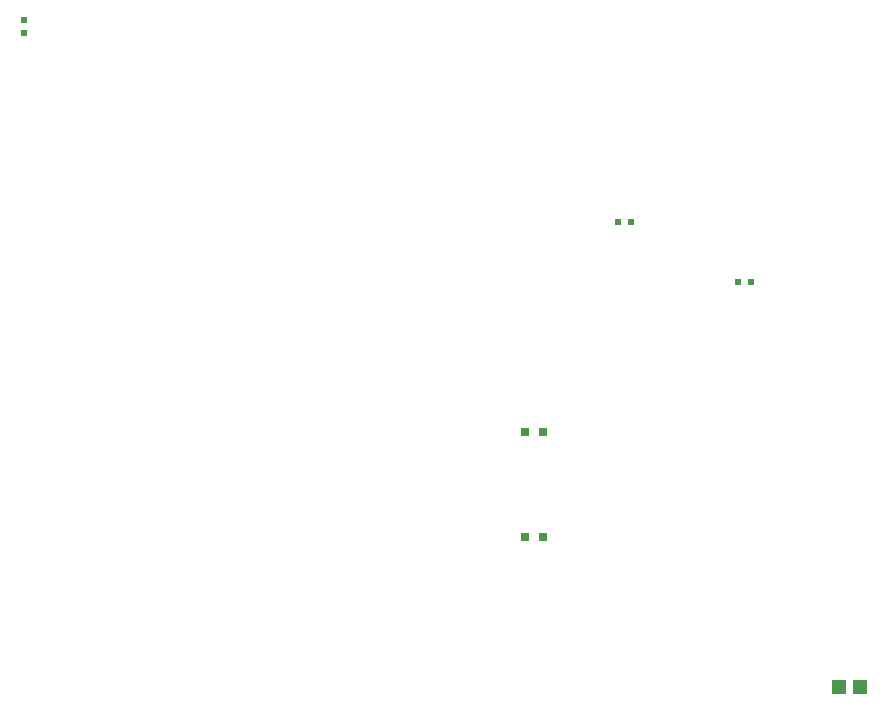
<source format=gbr>
G04 EAGLE Gerber RS-274X export*
G75*
%MOMM*%
%FSLAX34Y34*%
%LPD*%
%INSolderpaste Top*%
%IPPOS*%
%AMOC8*
5,1,8,0,0,1.08239X$1,22.5*%
G01*
%ADD10R,0.800000X0.800000*%
%ADD11R,0.508000X0.609600*%
%ADD12R,0.609600X0.508000*%
%ADD13R,1.143000X1.270000*%


D10*
X652900Y342900D03*
X667900Y342900D03*
X652900Y254000D03*
X667900Y254000D03*
D11*
X228600Y680212D03*
X228600Y691388D03*
D12*
X731012Y520700D03*
X742188Y520700D03*
X832612Y469900D03*
X843788Y469900D03*
D13*
X918210Y127000D03*
X935990Y127000D03*
M02*

</source>
